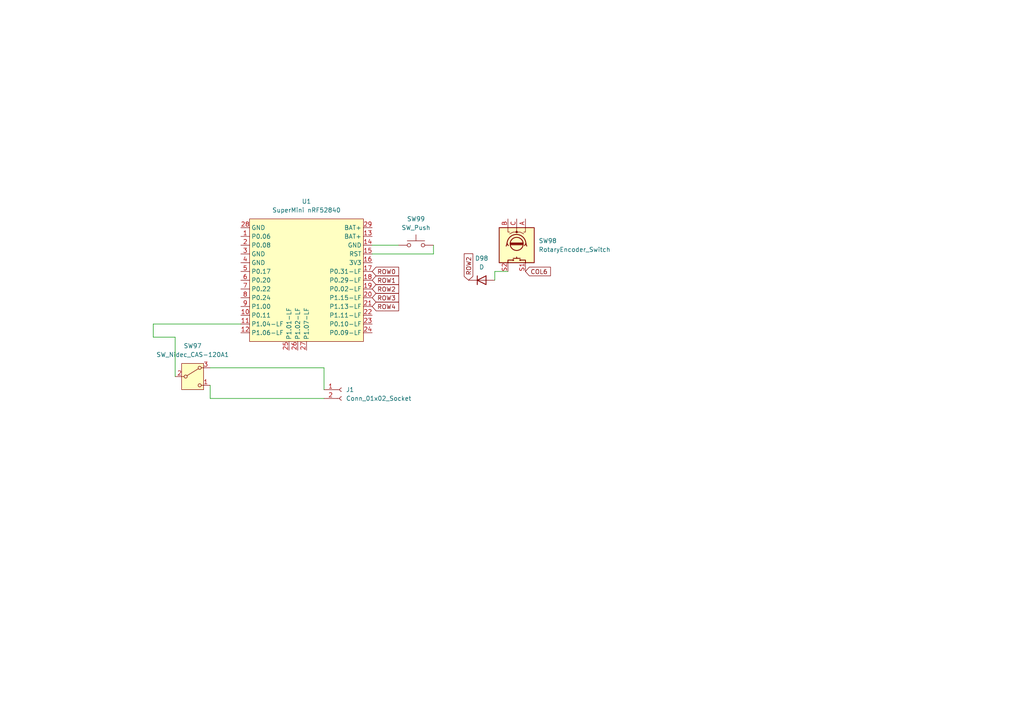
<source format=kicad_sch>
(kicad_sch (version 20231120) (generator "eeschema") (generator_version "8.0")
  (paper "A4")
  (lib_symbols
    (symbol "Connector:Conn_01x02_Socket" (pin_names (offset 1.016) hide)
      (property "Reference" "J" (at 0 2.54 0))
      (property "Value" "Conn_01x02_Socket" (at 0 -5.08 0))
      (symbol "Conn_01x02_Socket_1_1"
        (arc (start 0 -2.032) (mid -0.5058 -2.54) (end 0 -3.048) (stroke (width 0.1524)))
        (polyline (pts (xy -1.27 -2.54) (xy -0.508 -2.54)) (stroke (width 0.1524)))
        (polyline (pts (xy -1.27 0) (xy -0.508 0)) (stroke (width 0.1524)))
        (arc (start 0 0.508) (mid -0.5058 0) (end 0 -0.508) (stroke (width 0.1524)))
        (pin passive line (at -5.08 0 0) (length 3.81) (name "Pin_1") (number "1"))
        (pin passive line (at -5.08 -2.54 0) (length 3.81) (name "Pin_2") (number "2"))
      )
    )
    (symbol "Device:D" (pin_numbers hide) (pin_names (offset 1.016) hide)
      (property "Reference" "D" (at 0 2.54 0))
      (property "Value" "D" (at 0 -2.54 0))
      (symbol "D_0_1"
        (polyline (pts (xy -1.27 1.27) (xy -1.27 -1.27)) (stroke (width 0.254)))
        (polyline (pts (xy 1.27 0) (xy -1.27 0)))
        (polyline (pts (xy 1.27 1.27) (xy 1.27 -1.27) (xy -1.27 0) (xy 1.27 1.27)) (stroke (width 0.254)))
      )
      (symbol "D_1_1"
        (pin passive line (at -3.81 0 0) (length 2.54) (name "K") (number "1"))
        (pin passive line (at 3.81 0 180) (length 2.54) (name "A") (number "2"))
      )
    )
    (symbol "Device:RotaryEncoder_Switch" (pin_names (offset 0.254) hide)
      (property "Reference" "SW" (at 0 6.604 0))
      (property "Value" "RotaryEncoder_Switch" (at 0 -6.604 0))
      (symbol "RotaryEncoder_Switch_0_1"
        (rectangle (start -5.08 5.08) (end 5.08 -5.08) (stroke (width 0.254)) (fill (type background)))
        (circle (center -3.81 0) (radius 0.254) (fill (type outline)))
        (circle (center -0.381 0) (radius 1.905) (stroke (width 0.254)))
        (arc (start -0.381 2.667) (mid -3.0988 -0.0635) (end -0.381 -2.794) (stroke (width 0.254)))
        (polyline (pts (xy -0.635 -1.778) (xy -0.635 1.778)) (stroke (width 0.254)))
        (polyline (pts (xy -0.381 -1.778) (xy -0.381 1.778)) (stroke (width 0.254)))
        (polyline (pts (xy -0.127 1.778) (xy -0.127 -1.778)) (stroke (width 0.254)))
        (polyline (pts (xy 3.81 0) (xy 3.429 0)) (stroke (width 0.254)))
        (polyline (pts (xy 3.81 1.016) (xy 3.81 -1.016)) (stroke (width 0.254)))
        (polyline (pts (xy -5.08 -2.54) (xy -3.81 -2.54) (xy -3.81 -2.032)))
        (polyline (pts (xy -5.08 2.54) (xy -3.81 2.54) (xy -3.81 2.032)))
        (polyline (pts (xy 0.254 -3.048) (xy -0.508 -2.794) (xy 0.127 -2.413)) (stroke (width 0.254)))
        (polyline (pts (xy 0.254 2.921) (xy -0.508 2.667) (xy 0.127 2.286)) (stroke (width 0.254)))
        (polyline (pts (xy 5.08 -2.54) (xy 4.318 -2.54) (xy 4.318 -1.016)) (stroke (width 0.254)))
        (polyline (pts (xy 5.08 2.54) (xy 4.318 2.54) (xy 4.318 1.016)) (stroke (width 0.254)))
        (polyline (pts (xy -5.08 0) (xy -3.81 0) (xy -3.81 -1.016) (xy -3.302 -2.032)))
        (polyline (pts (xy -4.318 0) (xy -3.81 0) (xy -3.81 1.016) (xy -3.302 2.032)))
        (circle (center 4.318 -1.016) (radius 0.127) (stroke (width 0.254)))
        (circle (center 4.318 1.016) (radius 0.127) (stroke (width 0.254)))
      )
      (symbol "RotaryEncoder_Switch_1_1"
        (pin passive line (at -7.62 2.54 0) (length 2.54) (name "A") (number "A"))
        (pin passive line (at -7.62 -2.54 0) (length 2.54) (name "B") (number "B"))
        (pin passive line (at -7.62 0 0) (length 2.54) (name "C") (number "C"))
        (pin passive line (at 7.62 2.54 180) (length 2.54) (name "S1") (number "S1"))
        (pin passive line (at 7.62 -2.54 180) (length 2.54) (name "S2") (number "S2"))
      )
    )
    (symbol "Switch:SW_Nidec_CAS-120A1" (pin_names (offset 1) hide)
      (property "Reference" "SW" (at 0 4.318 0))
      (property "Value" "SW_Nidec_CAS-120A1" (at 0 -5.08 0))
      (symbol "SW_Nidec_CAS-120A1_0_1"
        (circle (center -2.032 0) (radius 0.4572))
        (polyline (pts (xy -1.651 0.254) (xy 1.651 2.286)))
        (circle (center 2.032 -2.54) (radius 0.4572))
        (circle (center 2.032 2.54) (radius 0.4572))
      )
      (symbol "SW_Nidec_CAS-120A1_1_1"
        (rectangle (start -3.175 3.81) (end 3.175 -3.81) (fill (type background)))
        (pin passive line (at 5.08 -2.54 180) (length 2.54) (name "C") (number "1"))
        (pin passive line (at -5.08 0 0) (length 2.54) (name "B") (number "2"))
        (pin passive line (at 5.08 2.54 180) (length 2.54) (name "A") (number "3"))
      )
    )
    (symbol "Switch:SW_Push" (pin_numbers hide) (pin_names (offset 1.016) hide)
      (property "Reference" "SW" (at 1.27 2.54 0))
      (property "Value" "SW_Push" (at 0 -1.524 0))
      (symbol "SW_Push_0_1"
        (circle (center -2.032 0) (radius 0.508))
        (polyline (pts (xy 0 1.27) (xy 0 3.048)))
        (polyline (pts (xy 2.54 1.27) (xy -2.54 1.27)))
        (circle (center 2.032 0) (radius 0.508))
        (pin passive line (at -5.08 0 0) (length 2.54) (name "1") (number "1"))
        (pin passive line (at 5.08 0 180) (length 2.54) (name "2") (number "2"))
      )
    )
    (symbol "marbastlib-promicroish:SuperMini_nRF52840" (in_bom no)
      (property "Reference" "U" (at 0 22.86 0))
      (property "Value" "SuperMini nRF52840" (at 0 20.32 0))
      (symbol "SuperMini_nRF52840_0_0"
        (pin bidirectional line (at -19.05 13.97 0) (length 2.54) (name "P0.06") (number "1"))
        (pin bidirectional line (at -19.05 -8.89 0) (length 2.54) (name "P0.11") (number "10"))
        (pin bidirectional line (at -19.05 -11.43 0) (length 2.54) (name "P1.04-LF") (number "11"))
        (pin bidirectional line (at -19.05 -13.97 0) (length 2.54) (name "P1.06-LF") (number "12"))
        (pin power_out line (at 19.05 11.43 180) (length 2.54) (name "GND") (number "14"))
        (pin bidirectional line (at 19.05 8.89 180) (length 2.54) (name "RST") (number "15"))
        (pin bidirectional line (at 19.05 3.81 180) (length 2.54) (name "P0.31-LF") (number "17"))
        (pin bidirectional line (at 19.05 1.27 180) (length 2.54) (name "P0.29-LF") (number "18"))
        (pin bidirectional line (at 19.05 -1.27 180) (length 2.54) (name "P0.02-LF") (number "19"))
        (pin bidirectional line (at -19.05 11.43 0) (length 2.54) (name "P0.08") (number "2"))
        (pin bidirectional line (at 19.05 -3.81 180) (length 2.54) (name "P1.15-LF") (number "20"))
        (pin bidirectional line (at 19.05 -6.35 180) (length 2.54) (name "P1.13-LF") (number "21"))
        (pin bidirectional line (at 19.05 -8.89 180) (length 2.54) (name "P1.11-LF") (number "22"))
        (pin bidirectional line (at 19.05 -13.97 180) (length 2.54) (name "P0.09-LF") (number "24"))
        (pin power_out line (at -19.05 8.89 0) (length 2.54) (name "GND") (number "3"))
        (pin power_out line (at -19.05 6.35 0) (length 2.54) (name "GND") (number "4"))
        (pin bidirectional line (at -19.05 3.81 0) (length 2.54) (name "P0.17") (number "5"))
        (pin bidirectional line (at -19.05 1.27 0) (length 2.54) (name "P0.20") (number "6"))
        (pin bidirectional line (at -19.05 -1.27 0) (length 2.54) (name "P0.22") (number "7"))
        (pin bidirectional line (at -19.05 -3.81 0) (length 2.54) (name "P0.24") (number "8"))
        (pin bidirectional line (at -19.05 -6.35 0) (length 2.54) (name "P1.00") (number "9"))
      )
      (symbol "SuperMini_nRF52840_1_0"
        (pin power_out line (at 19.05 13.97 180) (length 2.54) (name "BAT+") (number "13"))
        (pin power_out line (at 19.05 6.35 180) (length 2.54) (name "3V3") (number "16"))
        (pin bidirectional line (at 19.05 -11.43 180) (length 2.54) (name "P0.10-LF") (number "23"))
        (pin bidirectional line (at -5.08 -19.05 90) (length 2.54) (name "P1.01-LF") (number "25"))
        (pin bidirectional line (at -2.54 -19.05 90) (length 2.54) (name "P1.02-LF") (number "26"))
        (pin bidirectional line (at 0 -19.05 90) (length 2.54) (name "P1.07-LF") (number "27"))
        (pin power_out line (at -19.05 16.51 0) (length 2.54) (name "GND") (number "28"))
        (pin power_out line (at 19.05 16.51 180) (length 2.54) (name "BAT+") (number "29"))
      )
      (symbol "SuperMini_nRF52840_1_1"
        (rectangle (start -16.51 19.05) (end 16.51 -16.51) (fill (type background)))
      )
    )
  )
  (wire (pts (xy 44.45 97.79) (xy 50.8 97.79)))
  (wire (pts (xy 50.8 97.79) (xy 50.8 109.22)))
  (wire (pts (xy 44.45 93.98) (xy 69.85 93.98)))
  (wire (pts (xy 107.95 71.12) (xy 115.57 71.12)))
  (wire (pts (xy 147.32 78.74) (xy 143.51 78.74)))
  (wire (pts (xy 44.45 97.79) (xy 44.45 93.98)))
  (wire (pts (xy 60.96 106.68) (xy 93.98 106.68)))
  (wire (pts (xy 125.73 73.66) (xy 107.95 73.66)))
  (wire (pts (xy 60.96 115.57) (xy 60.96 111.76)))
  (wire (pts (xy 143.51 78.74) (xy 143.51 81.28)))
  (wire (pts (xy 125.73 71.12) (xy 125.73 73.66)))
  (wire (pts (xy 93.98 106.68) (xy 93.98 113.03)))
  (wire (pts (xy 93.98 115.57) (xy 60.96 115.57)))
  (global_label "ROW3" (shape input) (at 107.95 86.36 0) (property "Intersheetrefs" "${INTERSHEET_REFS}" (effects (hide yes))))
  (global_label "ROW0" (shape input) (at 107.95 78.74 0) (property "Intersheetrefs" "${INTERSHEET_REFS}" (effects (hide yes))))
  (global_label "COL6" (shape input) (at 152.4 78.74 0) (property "Intersheetrefs" "${INTERSHEET_REFS}" (effects (hide yes))))
  (global_label "ROW4" (shape input) (at 107.95 88.9 0) (property "Intersheetrefs" "${INTERSHEET_REFS}" (effects (hide yes))))
  (global_label "ROW1" (shape input) (at 107.95 81.28 0) (property "Intersheetrefs" "${INTERSHEET_REFS}" (effects (hide yes))))
  (global_label "ROW2" (shape input) (at 135.89 81.28 90) (property "Intersheetrefs" "${INTERSHEET_REFS}" (effects (hide yes))))
  (global_label "ROW2" (shape input) (at 107.95 83.82 0) (property "Intersheetrefs" "${INTERSHEET_REFS}" (effects (hide yes))))
  (symbol (lib_id "marbastlib-promicroish:SuperMini_nRF52840") (at 88.9 82.55 0) (unit 1) (in_bom no)
    (property "Reference" "U1" (at 88.9 58.42 0))
    (property "Value" "SuperMini nRF52840" (at 88.9 60.96 0))
    (property "Footprint" "PCM_marbastlib-xp-promicroish:SuperMini_nRF52840_AH_USBup" (effects (hide yes)))
    (property "Datasheet" "https://wiki.icbbuy.com/doku.php?id=developmentboard:nrf52840" (effects (hide yes)))
    (property "Description" "Symbol for an nicekeyboards nice!nano" (effects (hide yes)))
  )
  (symbol (lib_id "Device:D") (at 139.7 81.28 0) (unit 1)
    (property "Reference" "D98" (at 139.7 74.93 0))
    (property "Value" "D" (at 139.7 77.47 0))
    (property "Footprint" "SofleKeyboard-footprint:Diode_SOD123" (effects (hide yes)))
    (property "Description" "Diode" (effects (hide yes)))
    (property "Sim.Device" "D" (effects (hide yes)))
    (property "Sim.Pins" "1=K 2=A" (effects (hide yes)))
  )
  (symbol (lib_id "Switch:SW_Nidec_CAS-120A1") (at 55.88 109.22 0) (unit 1)
    (property "Reference" "SW97" (at 55.88 100.33 0))
    (property "Value" "SW_Nidec_CAS-120A1" (at 55.88 102.87 0))
    (property "Footprint" "ergogen_fp:sw_power" (effects (hide yes)))
    (property "Datasheet" "https://www.nidec-components.com/e/catalog/switch/cas.pdf" (effects (hide yes)))
    (property "Description" "Switch, single pole double throw" (effects (hide yes)))
  )
  (symbol (lib_id "Device:RotaryEncoder_Switch") (at 149.86 71.12 270) (unit 1)
    (property "Reference" "SW98" (at 156.21 69.8499 90) (effects (justify left)))
    (property "Value" "RotaryEncoder_Switch" (at 156.21 72.3899 90) (effects (justify left)))
    (property "Footprint" "SofleKeyboard-footprint:RotaryEncoder_Alps_EC11E-Switch_Vertical_H20mm-keebio_modified" (effects (hide yes)))
    (property "Description" "Rotary encoder, dual channel, incremental quadrate outputs, with switch" (effects (hide yes)))
  )
  (symbol (lib_id "Switch:SW_Push") (at 120.65 71.12 0) (unit 1)
    (property "Reference" "SW99" (at 120.65 63.5 0))
    (property "Value" "SW_Push" (at 120.65 66.04 0))
    (property "Footprint" "ergogen_fp:sw_reset_side" (effects (hide yes)))
    (property "Description" "Push button switch, generic, two pins" (effects (hide yes)))
  )
  (symbol (lib_id "Connector:Conn_01x02_Socket") (at 99.06 113.03 0) (unit 1)
    (property "Reference" "J1" (at 100.33 113.0299 0) (effects (justify left)))
    (property "Value" "Conn_01x02_Socket" (at 100.33 115.5699 0) (effects (justify left)))
    (property "Footprint" "ergogen_fp:conn_molex_pico_ezmate_1x02" (effects (hide yes)))
    (property "Description" "Generic connector, single row, 01x02, script generated" (effects (hide yes)))
  )
)
</source>
